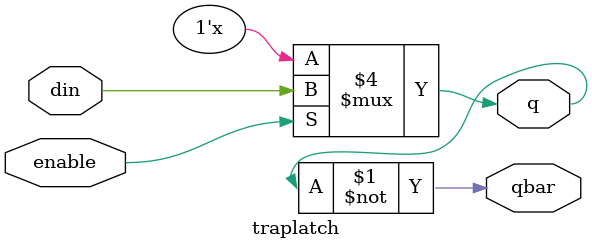
<source format=v>
module traplatch (q,qbar,din,enable);
input din,enable;
output reg q; output wire qbar;
assign qbar=~q;
always@(din or enable)
begin
if(enable) q=din;
end
endmodule

</source>
